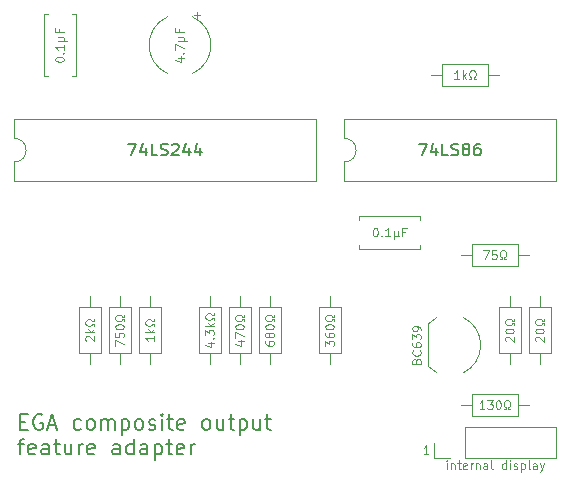
<source format=gbr>
%TF.GenerationSoftware,KiCad,Pcbnew,(6.0.5)*%
%TF.CreationDate,2022-06-01T11:59:12+02:00*%
%TF.ProjectId,ega_composite_output_feature_adapter,6567615f-6665-4617-9475-72655f616461,rev?*%
%TF.SameCoordinates,Original*%
%TF.FileFunction,Legend,Top*%
%TF.FilePolarity,Positive*%
%FSLAX46Y46*%
G04 Gerber Fmt 4.6, Leading zero omitted, Abs format (unit mm)*
G04 Created by KiCad (PCBNEW (6.0.5)) date 2022-06-01 11:59:12*
%MOMM*%
%LPD*%
G01*
G04 APERTURE LIST*
%ADD10C,0.200000*%
%ADD11C,0.108000*%
%ADD12C,0.140000*%
%ADD13C,0.120000*%
G04 APERTURE END LIST*
D10*
X131249523Y-97920642D02*
X131682857Y-97920642D01*
X131868571Y-98601595D02*
X131249523Y-98601595D01*
X131249523Y-97301595D01*
X131868571Y-97301595D01*
X133106666Y-97363500D02*
X132982857Y-97301595D01*
X132797142Y-97301595D01*
X132611428Y-97363500D01*
X132487619Y-97487309D01*
X132425714Y-97611119D01*
X132363809Y-97858738D01*
X132363809Y-98044452D01*
X132425714Y-98292071D01*
X132487619Y-98415880D01*
X132611428Y-98539690D01*
X132797142Y-98601595D01*
X132920952Y-98601595D01*
X133106666Y-98539690D01*
X133168571Y-98477785D01*
X133168571Y-98044452D01*
X132920952Y-98044452D01*
X133663809Y-98230166D02*
X134282857Y-98230166D01*
X133540000Y-98601595D02*
X133973333Y-97301595D01*
X134406666Y-98601595D01*
X136387619Y-98539690D02*
X136263809Y-98601595D01*
X136016190Y-98601595D01*
X135892380Y-98539690D01*
X135830476Y-98477785D01*
X135768571Y-98353976D01*
X135768571Y-97982547D01*
X135830476Y-97858738D01*
X135892380Y-97796833D01*
X136016190Y-97734928D01*
X136263809Y-97734928D01*
X136387619Y-97796833D01*
X137130476Y-98601595D02*
X137006666Y-98539690D01*
X136944761Y-98477785D01*
X136882857Y-98353976D01*
X136882857Y-97982547D01*
X136944761Y-97858738D01*
X137006666Y-97796833D01*
X137130476Y-97734928D01*
X137316190Y-97734928D01*
X137440000Y-97796833D01*
X137501904Y-97858738D01*
X137563809Y-97982547D01*
X137563809Y-98353976D01*
X137501904Y-98477785D01*
X137440000Y-98539690D01*
X137316190Y-98601595D01*
X137130476Y-98601595D01*
X138120952Y-98601595D02*
X138120952Y-97734928D01*
X138120952Y-97858738D02*
X138182857Y-97796833D01*
X138306666Y-97734928D01*
X138492380Y-97734928D01*
X138616190Y-97796833D01*
X138678095Y-97920642D01*
X138678095Y-98601595D01*
X138678095Y-97920642D02*
X138740000Y-97796833D01*
X138863809Y-97734928D01*
X139049523Y-97734928D01*
X139173333Y-97796833D01*
X139235238Y-97920642D01*
X139235238Y-98601595D01*
X139854285Y-97734928D02*
X139854285Y-99034928D01*
X139854285Y-97796833D02*
X139978095Y-97734928D01*
X140225714Y-97734928D01*
X140349523Y-97796833D01*
X140411428Y-97858738D01*
X140473333Y-97982547D01*
X140473333Y-98353976D01*
X140411428Y-98477785D01*
X140349523Y-98539690D01*
X140225714Y-98601595D01*
X139978095Y-98601595D01*
X139854285Y-98539690D01*
X141216190Y-98601595D02*
X141092380Y-98539690D01*
X141030476Y-98477785D01*
X140968571Y-98353976D01*
X140968571Y-97982547D01*
X141030476Y-97858738D01*
X141092380Y-97796833D01*
X141216190Y-97734928D01*
X141401904Y-97734928D01*
X141525714Y-97796833D01*
X141587619Y-97858738D01*
X141649523Y-97982547D01*
X141649523Y-98353976D01*
X141587619Y-98477785D01*
X141525714Y-98539690D01*
X141401904Y-98601595D01*
X141216190Y-98601595D01*
X142144761Y-98539690D02*
X142268571Y-98601595D01*
X142516190Y-98601595D01*
X142640000Y-98539690D01*
X142701904Y-98415880D01*
X142701904Y-98353976D01*
X142640000Y-98230166D01*
X142516190Y-98168261D01*
X142330476Y-98168261D01*
X142206666Y-98106357D01*
X142144761Y-97982547D01*
X142144761Y-97920642D01*
X142206666Y-97796833D01*
X142330476Y-97734928D01*
X142516190Y-97734928D01*
X142640000Y-97796833D01*
X143259047Y-98601595D02*
X143259047Y-97734928D01*
X143259047Y-97301595D02*
X143197142Y-97363500D01*
X143259047Y-97425404D01*
X143320952Y-97363500D01*
X143259047Y-97301595D01*
X143259047Y-97425404D01*
X143692380Y-97734928D02*
X144187619Y-97734928D01*
X143878095Y-97301595D02*
X143878095Y-98415880D01*
X143940000Y-98539690D01*
X144063809Y-98601595D01*
X144187619Y-98601595D01*
X145116190Y-98539690D02*
X144992380Y-98601595D01*
X144744761Y-98601595D01*
X144620952Y-98539690D01*
X144559047Y-98415880D01*
X144559047Y-97920642D01*
X144620952Y-97796833D01*
X144744761Y-97734928D01*
X144992380Y-97734928D01*
X145116190Y-97796833D01*
X145178095Y-97920642D01*
X145178095Y-98044452D01*
X144559047Y-98168261D01*
X146911428Y-98601595D02*
X146787619Y-98539690D01*
X146725714Y-98477785D01*
X146663809Y-98353976D01*
X146663809Y-97982547D01*
X146725714Y-97858738D01*
X146787619Y-97796833D01*
X146911428Y-97734928D01*
X147097142Y-97734928D01*
X147220952Y-97796833D01*
X147282857Y-97858738D01*
X147344761Y-97982547D01*
X147344761Y-98353976D01*
X147282857Y-98477785D01*
X147220952Y-98539690D01*
X147097142Y-98601595D01*
X146911428Y-98601595D01*
X148459047Y-97734928D02*
X148459047Y-98601595D01*
X147901904Y-97734928D02*
X147901904Y-98415880D01*
X147963809Y-98539690D01*
X148087619Y-98601595D01*
X148273333Y-98601595D01*
X148397142Y-98539690D01*
X148459047Y-98477785D01*
X148892380Y-97734928D02*
X149387619Y-97734928D01*
X149078095Y-97301595D02*
X149078095Y-98415880D01*
X149140000Y-98539690D01*
X149263809Y-98601595D01*
X149387619Y-98601595D01*
X149820952Y-97734928D02*
X149820952Y-99034928D01*
X149820952Y-97796833D02*
X149944761Y-97734928D01*
X150192380Y-97734928D01*
X150316190Y-97796833D01*
X150378095Y-97858738D01*
X150440000Y-97982547D01*
X150440000Y-98353976D01*
X150378095Y-98477785D01*
X150316190Y-98539690D01*
X150192380Y-98601595D01*
X149944761Y-98601595D01*
X149820952Y-98539690D01*
X151554285Y-97734928D02*
X151554285Y-98601595D01*
X150997142Y-97734928D02*
X150997142Y-98415880D01*
X151059047Y-98539690D01*
X151182857Y-98601595D01*
X151368571Y-98601595D01*
X151492380Y-98539690D01*
X151554285Y-98477785D01*
X151987619Y-97734928D02*
X152482857Y-97734928D01*
X152173333Y-97301595D02*
X152173333Y-98415880D01*
X152235238Y-98539690D01*
X152359047Y-98601595D01*
X152482857Y-98601595D01*
X131063809Y-99827928D02*
X131559047Y-99827928D01*
X131249523Y-100694595D02*
X131249523Y-99580309D01*
X131311428Y-99456500D01*
X131435238Y-99394595D01*
X131559047Y-99394595D01*
X132487619Y-100632690D02*
X132363809Y-100694595D01*
X132116190Y-100694595D01*
X131992380Y-100632690D01*
X131930476Y-100508880D01*
X131930476Y-100013642D01*
X131992380Y-99889833D01*
X132116190Y-99827928D01*
X132363809Y-99827928D01*
X132487619Y-99889833D01*
X132549523Y-100013642D01*
X132549523Y-100137452D01*
X131930476Y-100261261D01*
X133663809Y-100694595D02*
X133663809Y-100013642D01*
X133601904Y-99889833D01*
X133478095Y-99827928D01*
X133230476Y-99827928D01*
X133106666Y-99889833D01*
X133663809Y-100632690D02*
X133540000Y-100694595D01*
X133230476Y-100694595D01*
X133106666Y-100632690D01*
X133044761Y-100508880D01*
X133044761Y-100385071D01*
X133106666Y-100261261D01*
X133230476Y-100199357D01*
X133540000Y-100199357D01*
X133663809Y-100137452D01*
X134097142Y-99827928D02*
X134592380Y-99827928D01*
X134282857Y-99394595D02*
X134282857Y-100508880D01*
X134344761Y-100632690D01*
X134468571Y-100694595D01*
X134592380Y-100694595D01*
X135582857Y-99827928D02*
X135582857Y-100694595D01*
X135025714Y-99827928D02*
X135025714Y-100508880D01*
X135087619Y-100632690D01*
X135211428Y-100694595D01*
X135397142Y-100694595D01*
X135520952Y-100632690D01*
X135582857Y-100570785D01*
X136201904Y-100694595D02*
X136201904Y-99827928D01*
X136201904Y-100075547D02*
X136263809Y-99951738D01*
X136325714Y-99889833D01*
X136449523Y-99827928D01*
X136573333Y-99827928D01*
X137501904Y-100632690D02*
X137378095Y-100694595D01*
X137130476Y-100694595D01*
X137006666Y-100632690D01*
X136944761Y-100508880D01*
X136944761Y-100013642D01*
X137006666Y-99889833D01*
X137130476Y-99827928D01*
X137378095Y-99827928D01*
X137501904Y-99889833D01*
X137563809Y-100013642D01*
X137563809Y-100137452D01*
X136944761Y-100261261D01*
X139668571Y-100694595D02*
X139668571Y-100013642D01*
X139606666Y-99889833D01*
X139482857Y-99827928D01*
X139235238Y-99827928D01*
X139111428Y-99889833D01*
X139668571Y-100632690D02*
X139544761Y-100694595D01*
X139235238Y-100694595D01*
X139111428Y-100632690D01*
X139049523Y-100508880D01*
X139049523Y-100385071D01*
X139111428Y-100261261D01*
X139235238Y-100199357D01*
X139544761Y-100199357D01*
X139668571Y-100137452D01*
X140844761Y-100694595D02*
X140844761Y-99394595D01*
X140844761Y-100632690D02*
X140720952Y-100694595D01*
X140473333Y-100694595D01*
X140349523Y-100632690D01*
X140287619Y-100570785D01*
X140225714Y-100446976D01*
X140225714Y-100075547D01*
X140287619Y-99951738D01*
X140349523Y-99889833D01*
X140473333Y-99827928D01*
X140720952Y-99827928D01*
X140844761Y-99889833D01*
X142020952Y-100694595D02*
X142020952Y-100013642D01*
X141959047Y-99889833D01*
X141835238Y-99827928D01*
X141587619Y-99827928D01*
X141463809Y-99889833D01*
X142020952Y-100632690D02*
X141897142Y-100694595D01*
X141587619Y-100694595D01*
X141463809Y-100632690D01*
X141401904Y-100508880D01*
X141401904Y-100385071D01*
X141463809Y-100261261D01*
X141587619Y-100199357D01*
X141897142Y-100199357D01*
X142020952Y-100137452D01*
X142640000Y-99827928D02*
X142640000Y-101127928D01*
X142640000Y-99889833D02*
X142763809Y-99827928D01*
X143011428Y-99827928D01*
X143135238Y-99889833D01*
X143197142Y-99951738D01*
X143259047Y-100075547D01*
X143259047Y-100446976D01*
X143197142Y-100570785D01*
X143135238Y-100632690D01*
X143011428Y-100694595D01*
X142763809Y-100694595D01*
X142640000Y-100632690D01*
X143630476Y-99827928D02*
X144125714Y-99827928D01*
X143816190Y-99394595D02*
X143816190Y-100508880D01*
X143878095Y-100632690D01*
X144001904Y-100694595D01*
X144125714Y-100694595D01*
X145054285Y-100632690D02*
X144930476Y-100694595D01*
X144682857Y-100694595D01*
X144559047Y-100632690D01*
X144497142Y-100508880D01*
X144497142Y-100013642D01*
X144559047Y-99889833D01*
X144682857Y-99827928D01*
X144930476Y-99827928D01*
X145054285Y-99889833D01*
X145116190Y-100013642D01*
X145116190Y-100137452D01*
X144497142Y-100261261D01*
X145673333Y-100694595D02*
X145673333Y-99827928D01*
X145673333Y-100075547D02*
X145735238Y-99951738D01*
X145797142Y-99889833D01*
X145920952Y-99827928D01*
X146044761Y-99827928D01*
D11*
X165813714Y-100655714D02*
X165402285Y-100655714D01*
X165608000Y-100655714D02*
X165608000Y-99935714D01*
X165539428Y-100038571D01*
X165470857Y-100107142D01*
X165402285Y-100141428D01*
D12*
X164997142Y-74382380D02*
X165663809Y-74382380D01*
X165235238Y-75382380D01*
X166473333Y-74715714D02*
X166473333Y-75382380D01*
X166235238Y-74334761D02*
X165997142Y-75049047D01*
X166616190Y-75049047D01*
X167473333Y-75382380D02*
X166997142Y-75382380D01*
X166997142Y-74382380D01*
X167759047Y-75334761D02*
X167901904Y-75382380D01*
X168140000Y-75382380D01*
X168235238Y-75334761D01*
X168282857Y-75287142D01*
X168330476Y-75191904D01*
X168330476Y-75096666D01*
X168282857Y-75001428D01*
X168235238Y-74953809D01*
X168140000Y-74906190D01*
X167949523Y-74858571D01*
X167854285Y-74810952D01*
X167806666Y-74763333D01*
X167759047Y-74668095D01*
X167759047Y-74572857D01*
X167806666Y-74477619D01*
X167854285Y-74430000D01*
X167949523Y-74382380D01*
X168187619Y-74382380D01*
X168330476Y-74430000D01*
X168901904Y-74810952D02*
X168806666Y-74763333D01*
X168759047Y-74715714D01*
X168711428Y-74620476D01*
X168711428Y-74572857D01*
X168759047Y-74477619D01*
X168806666Y-74430000D01*
X168901904Y-74382380D01*
X169092380Y-74382380D01*
X169187619Y-74430000D01*
X169235238Y-74477619D01*
X169282857Y-74572857D01*
X169282857Y-74620476D01*
X169235238Y-74715714D01*
X169187619Y-74763333D01*
X169092380Y-74810952D01*
X168901904Y-74810952D01*
X168806666Y-74858571D01*
X168759047Y-74906190D01*
X168711428Y-75001428D01*
X168711428Y-75191904D01*
X168759047Y-75287142D01*
X168806666Y-75334761D01*
X168901904Y-75382380D01*
X169092380Y-75382380D01*
X169187619Y-75334761D01*
X169235238Y-75287142D01*
X169282857Y-75191904D01*
X169282857Y-75001428D01*
X169235238Y-74906190D01*
X169187619Y-74858571D01*
X169092380Y-74810952D01*
X170140000Y-74382380D02*
X169949523Y-74382380D01*
X169854285Y-74430000D01*
X169806666Y-74477619D01*
X169711428Y-74620476D01*
X169663809Y-74810952D01*
X169663809Y-75191904D01*
X169711428Y-75287142D01*
X169759047Y-75334761D01*
X169854285Y-75382380D01*
X170044761Y-75382380D01*
X170140000Y-75334761D01*
X170187619Y-75287142D01*
X170235238Y-75191904D01*
X170235238Y-74953809D01*
X170187619Y-74858571D01*
X170140000Y-74810952D01*
X170044761Y-74763333D01*
X169854285Y-74763333D01*
X169759047Y-74810952D01*
X169711428Y-74858571D01*
X169663809Y-74953809D01*
D11*
X167370000Y-101925714D02*
X167370000Y-101445714D01*
X167370000Y-101205714D02*
X167335714Y-101240000D01*
X167370000Y-101274285D01*
X167404285Y-101240000D01*
X167370000Y-101205714D01*
X167370000Y-101274285D01*
X167712857Y-101445714D02*
X167712857Y-101925714D01*
X167712857Y-101514285D02*
X167747142Y-101480000D01*
X167815714Y-101445714D01*
X167918571Y-101445714D01*
X167987142Y-101480000D01*
X168021428Y-101548571D01*
X168021428Y-101925714D01*
X168261428Y-101445714D02*
X168535714Y-101445714D01*
X168364285Y-101205714D02*
X168364285Y-101822857D01*
X168398571Y-101891428D01*
X168467142Y-101925714D01*
X168535714Y-101925714D01*
X169050000Y-101891428D02*
X168981428Y-101925714D01*
X168844285Y-101925714D01*
X168775714Y-101891428D01*
X168741428Y-101822857D01*
X168741428Y-101548571D01*
X168775714Y-101480000D01*
X168844285Y-101445714D01*
X168981428Y-101445714D01*
X169050000Y-101480000D01*
X169084285Y-101548571D01*
X169084285Y-101617142D01*
X168741428Y-101685714D01*
X169392857Y-101925714D02*
X169392857Y-101445714D01*
X169392857Y-101582857D02*
X169427142Y-101514285D01*
X169461428Y-101480000D01*
X169530000Y-101445714D01*
X169598571Y-101445714D01*
X169838571Y-101445714D02*
X169838571Y-101925714D01*
X169838571Y-101514285D02*
X169872857Y-101480000D01*
X169941428Y-101445714D01*
X170044285Y-101445714D01*
X170112857Y-101480000D01*
X170147142Y-101548571D01*
X170147142Y-101925714D01*
X170798571Y-101925714D02*
X170798571Y-101548571D01*
X170764285Y-101480000D01*
X170695714Y-101445714D01*
X170558571Y-101445714D01*
X170490000Y-101480000D01*
X170798571Y-101891428D02*
X170730000Y-101925714D01*
X170558571Y-101925714D01*
X170490000Y-101891428D01*
X170455714Y-101822857D01*
X170455714Y-101754285D01*
X170490000Y-101685714D01*
X170558571Y-101651428D01*
X170730000Y-101651428D01*
X170798571Y-101617142D01*
X171244285Y-101925714D02*
X171175714Y-101891428D01*
X171141428Y-101822857D01*
X171141428Y-101205714D01*
X172375714Y-101925714D02*
X172375714Y-101205714D01*
X172375714Y-101891428D02*
X172307142Y-101925714D01*
X172170000Y-101925714D01*
X172101428Y-101891428D01*
X172067142Y-101857142D01*
X172032857Y-101788571D01*
X172032857Y-101582857D01*
X172067142Y-101514285D01*
X172101428Y-101480000D01*
X172170000Y-101445714D01*
X172307142Y-101445714D01*
X172375714Y-101480000D01*
X172718571Y-101925714D02*
X172718571Y-101445714D01*
X172718571Y-101205714D02*
X172684285Y-101240000D01*
X172718571Y-101274285D01*
X172752857Y-101240000D01*
X172718571Y-101205714D01*
X172718571Y-101274285D01*
X173027142Y-101891428D02*
X173095714Y-101925714D01*
X173232857Y-101925714D01*
X173301428Y-101891428D01*
X173335714Y-101822857D01*
X173335714Y-101788571D01*
X173301428Y-101720000D01*
X173232857Y-101685714D01*
X173130000Y-101685714D01*
X173061428Y-101651428D01*
X173027142Y-101582857D01*
X173027142Y-101548571D01*
X173061428Y-101480000D01*
X173130000Y-101445714D01*
X173232857Y-101445714D01*
X173301428Y-101480000D01*
X173644285Y-101445714D02*
X173644285Y-102165714D01*
X173644285Y-101480000D02*
X173712857Y-101445714D01*
X173850000Y-101445714D01*
X173918571Y-101480000D01*
X173952857Y-101514285D01*
X173987142Y-101582857D01*
X173987142Y-101788571D01*
X173952857Y-101857142D01*
X173918571Y-101891428D01*
X173850000Y-101925714D01*
X173712857Y-101925714D01*
X173644285Y-101891428D01*
X174398571Y-101925714D02*
X174330000Y-101891428D01*
X174295714Y-101822857D01*
X174295714Y-101205714D01*
X174981428Y-101925714D02*
X174981428Y-101548571D01*
X174947142Y-101480000D01*
X174878571Y-101445714D01*
X174741428Y-101445714D01*
X174672857Y-101480000D01*
X174981428Y-101891428D02*
X174912857Y-101925714D01*
X174741428Y-101925714D01*
X174672857Y-101891428D01*
X174638571Y-101822857D01*
X174638571Y-101754285D01*
X174672857Y-101685714D01*
X174741428Y-101651428D01*
X174912857Y-101651428D01*
X174981428Y-101617142D01*
X175255714Y-101445714D02*
X175427142Y-101925714D01*
X175598571Y-101445714D02*
X175427142Y-101925714D01*
X175358571Y-102097142D01*
X175324285Y-102131428D01*
X175255714Y-102165714D01*
D12*
X140390952Y-74382380D02*
X141057619Y-74382380D01*
X140629047Y-75382380D01*
X141867142Y-74715714D02*
X141867142Y-75382380D01*
X141629047Y-74334761D02*
X141390952Y-75049047D01*
X142010000Y-75049047D01*
X142867142Y-75382380D02*
X142390952Y-75382380D01*
X142390952Y-74382380D01*
X143152857Y-75334761D02*
X143295714Y-75382380D01*
X143533809Y-75382380D01*
X143629047Y-75334761D01*
X143676666Y-75287142D01*
X143724285Y-75191904D01*
X143724285Y-75096666D01*
X143676666Y-75001428D01*
X143629047Y-74953809D01*
X143533809Y-74906190D01*
X143343333Y-74858571D01*
X143248095Y-74810952D01*
X143200476Y-74763333D01*
X143152857Y-74668095D01*
X143152857Y-74572857D01*
X143200476Y-74477619D01*
X143248095Y-74430000D01*
X143343333Y-74382380D01*
X143581428Y-74382380D01*
X143724285Y-74430000D01*
X144105238Y-74477619D02*
X144152857Y-74430000D01*
X144248095Y-74382380D01*
X144486190Y-74382380D01*
X144581428Y-74430000D01*
X144629047Y-74477619D01*
X144676666Y-74572857D01*
X144676666Y-74668095D01*
X144629047Y-74810952D01*
X144057619Y-75382380D01*
X144676666Y-75382380D01*
X145533809Y-74715714D02*
X145533809Y-75382380D01*
X145295714Y-74334761D02*
X145057619Y-75049047D01*
X145676666Y-75049047D01*
X146486190Y-74715714D02*
X146486190Y-75382380D01*
X146248095Y-74334761D02*
X146010000Y-75049047D01*
X146629047Y-75049047D01*
D11*
%TO.C,REF\u002A\u002A*%
X142565714Y-90667142D02*
X142565714Y-91078571D01*
X142565714Y-90872857D02*
X141845714Y-90872857D01*
X141948571Y-90941428D01*
X142017142Y-91010000D01*
X142051428Y-91078571D01*
X142565714Y-90358571D02*
X141845714Y-90358571D01*
X142291428Y-90290000D02*
X142565714Y-90084285D01*
X142085714Y-90084285D02*
X142360000Y-90358571D01*
X142565714Y-89810000D02*
X142565714Y-89638571D01*
X142428571Y-89638571D01*
X142394285Y-89707142D01*
X142325714Y-89775714D01*
X142222857Y-89810000D01*
X142051428Y-89810000D01*
X141948571Y-89775714D01*
X141880000Y-89707142D01*
X141845714Y-89604285D01*
X141845714Y-89467142D01*
X141880000Y-89364285D01*
X141948571Y-89295714D01*
X142051428Y-89261428D01*
X142222857Y-89261428D01*
X142325714Y-89295714D01*
X142394285Y-89364285D01*
X142428571Y-89432857D01*
X142565714Y-89432857D01*
X142565714Y-89261428D01*
X144625714Y-67102857D02*
X145105714Y-67102857D01*
X144351428Y-67274285D02*
X144865714Y-67445714D01*
X144865714Y-67000000D01*
X145037142Y-66725714D02*
X145071428Y-66691428D01*
X145105714Y-66725714D01*
X145071428Y-66760000D01*
X145037142Y-66725714D01*
X145105714Y-66725714D01*
X144385714Y-66451428D02*
X144385714Y-65971428D01*
X145105714Y-66280000D01*
X144625714Y-65697142D02*
X145345714Y-65697142D01*
X145002857Y-65354285D02*
X145071428Y-65320000D01*
X145105714Y-65251428D01*
X145002857Y-65697142D02*
X145071428Y-65662857D01*
X145105714Y-65594285D01*
X145105714Y-65457142D01*
X145071428Y-65388571D01*
X145002857Y-65354285D01*
X144625714Y-65354285D01*
X144728571Y-64702857D02*
X144728571Y-64942857D01*
X145105714Y-64942857D02*
X144385714Y-64942857D01*
X144385714Y-64600000D01*
X147165714Y-91250000D02*
X147645714Y-91250000D01*
X146891428Y-91421428D02*
X147405714Y-91592857D01*
X147405714Y-91147142D01*
X147577142Y-90872857D02*
X147611428Y-90838571D01*
X147645714Y-90872857D01*
X147611428Y-90907142D01*
X147577142Y-90872857D01*
X147645714Y-90872857D01*
X146925714Y-90598571D02*
X146925714Y-90152857D01*
X147200000Y-90392857D01*
X147200000Y-90290000D01*
X147234285Y-90221428D01*
X147268571Y-90187142D01*
X147337142Y-90152857D01*
X147508571Y-90152857D01*
X147577142Y-90187142D01*
X147611428Y-90221428D01*
X147645714Y-90290000D01*
X147645714Y-90495714D01*
X147611428Y-90564285D01*
X147577142Y-90598571D01*
X147645714Y-89844285D02*
X146925714Y-89844285D01*
X147371428Y-89775714D02*
X147645714Y-89570000D01*
X147165714Y-89570000D02*
X147440000Y-89844285D01*
X147645714Y-89295714D02*
X147645714Y-89124285D01*
X147508571Y-89124285D01*
X147474285Y-89192857D01*
X147405714Y-89261428D01*
X147302857Y-89295714D01*
X147131428Y-89295714D01*
X147028571Y-89261428D01*
X146960000Y-89192857D01*
X146925714Y-89090000D01*
X146925714Y-88952857D01*
X146960000Y-88850000D01*
X147028571Y-88781428D01*
X147131428Y-88747142D01*
X147302857Y-88747142D01*
X147405714Y-88781428D01*
X147474285Y-88850000D01*
X147508571Y-88918571D01*
X147645714Y-88918571D01*
X147645714Y-88747142D01*
X136834285Y-91078571D02*
X136800000Y-91044285D01*
X136765714Y-90975714D01*
X136765714Y-90804285D01*
X136800000Y-90735714D01*
X136834285Y-90701428D01*
X136902857Y-90667142D01*
X136971428Y-90667142D01*
X137074285Y-90701428D01*
X137485714Y-91112857D01*
X137485714Y-90667142D01*
X137485714Y-90358571D02*
X136765714Y-90358571D01*
X137211428Y-90290000D02*
X137485714Y-90084285D01*
X137005714Y-90084285D02*
X137280000Y-90358571D01*
X137485714Y-89810000D02*
X137485714Y-89638571D01*
X137348571Y-89638571D01*
X137314285Y-89707142D01*
X137245714Y-89775714D01*
X137142857Y-89810000D01*
X136971428Y-89810000D01*
X136868571Y-89775714D01*
X136800000Y-89707142D01*
X136765714Y-89604285D01*
X136765714Y-89467142D01*
X136800000Y-89364285D01*
X136868571Y-89295714D01*
X136971428Y-89261428D01*
X137142857Y-89261428D01*
X137245714Y-89295714D01*
X137314285Y-89364285D01*
X137348571Y-89432857D01*
X137485714Y-89432857D01*
X137485714Y-89261428D01*
X149705714Y-91130000D02*
X150185714Y-91130000D01*
X149431428Y-91301428D02*
X149945714Y-91472857D01*
X149945714Y-91027142D01*
X149465714Y-90821428D02*
X149465714Y-90341428D01*
X150185714Y-90650000D01*
X149465714Y-89930000D02*
X149465714Y-89861428D01*
X149500000Y-89792857D01*
X149534285Y-89758571D01*
X149602857Y-89724285D01*
X149740000Y-89690000D01*
X149911428Y-89690000D01*
X150048571Y-89724285D01*
X150117142Y-89758571D01*
X150151428Y-89792857D01*
X150185714Y-89861428D01*
X150185714Y-89930000D01*
X150151428Y-89998571D01*
X150117142Y-90032857D01*
X150048571Y-90067142D01*
X149911428Y-90101428D01*
X149740000Y-90101428D01*
X149602857Y-90067142D01*
X149534285Y-90032857D01*
X149500000Y-89998571D01*
X149465714Y-89930000D01*
X150185714Y-89415714D02*
X150185714Y-89244285D01*
X150048571Y-89244285D01*
X150014285Y-89312857D01*
X149945714Y-89381428D01*
X149842857Y-89415714D01*
X149671428Y-89415714D01*
X149568571Y-89381428D01*
X149500000Y-89312857D01*
X149465714Y-89210000D01*
X149465714Y-89072857D01*
X149500000Y-88970000D01*
X149568571Y-88901428D01*
X149671428Y-88867142D01*
X149842857Y-88867142D01*
X149945714Y-88901428D01*
X150014285Y-88970000D01*
X150048571Y-89038571D01*
X150185714Y-89038571D01*
X150185714Y-88867142D01*
X134225714Y-67274285D02*
X134225714Y-67205714D01*
X134260000Y-67137142D01*
X134294285Y-67102857D01*
X134362857Y-67068571D01*
X134500000Y-67034285D01*
X134671428Y-67034285D01*
X134808571Y-67068571D01*
X134877142Y-67102857D01*
X134911428Y-67137142D01*
X134945714Y-67205714D01*
X134945714Y-67274285D01*
X134911428Y-67342857D01*
X134877142Y-67377142D01*
X134808571Y-67411428D01*
X134671428Y-67445714D01*
X134500000Y-67445714D01*
X134362857Y-67411428D01*
X134294285Y-67377142D01*
X134260000Y-67342857D01*
X134225714Y-67274285D01*
X134877142Y-66725714D02*
X134911428Y-66691428D01*
X134945714Y-66725714D01*
X134911428Y-66760000D01*
X134877142Y-66725714D01*
X134945714Y-66725714D01*
X134945714Y-66005714D02*
X134945714Y-66417142D01*
X134945714Y-66211428D02*
X134225714Y-66211428D01*
X134328571Y-66280000D01*
X134397142Y-66348571D01*
X134431428Y-66417142D01*
X134465714Y-65697142D02*
X135185714Y-65697142D01*
X134842857Y-65354285D02*
X134911428Y-65320000D01*
X134945714Y-65251428D01*
X134842857Y-65697142D02*
X134911428Y-65662857D01*
X134945714Y-65594285D01*
X134945714Y-65457142D01*
X134911428Y-65388571D01*
X134842857Y-65354285D01*
X134465714Y-65354285D01*
X134568571Y-64702857D02*
X134568571Y-64942857D01*
X134945714Y-64942857D02*
X134225714Y-64942857D01*
X134225714Y-64600000D01*
X172394285Y-91130000D02*
X172360000Y-91095714D01*
X172325714Y-91027142D01*
X172325714Y-90855714D01*
X172360000Y-90787142D01*
X172394285Y-90752857D01*
X172462857Y-90718571D01*
X172531428Y-90718571D01*
X172634285Y-90752857D01*
X173045714Y-91164285D01*
X173045714Y-90718571D01*
X172325714Y-90272857D02*
X172325714Y-90204285D01*
X172360000Y-90135714D01*
X172394285Y-90101428D01*
X172462857Y-90067142D01*
X172600000Y-90032857D01*
X172771428Y-90032857D01*
X172908571Y-90067142D01*
X172977142Y-90101428D01*
X173011428Y-90135714D01*
X173045714Y-90204285D01*
X173045714Y-90272857D01*
X173011428Y-90341428D01*
X172977142Y-90375714D01*
X172908571Y-90410000D01*
X172771428Y-90444285D01*
X172600000Y-90444285D01*
X172462857Y-90410000D01*
X172394285Y-90375714D01*
X172360000Y-90341428D01*
X172325714Y-90272857D01*
X173045714Y-89758571D02*
X173045714Y-89587142D01*
X172908571Y-89587142D01*
X172874285Y-89655714D01*
X172805714Y-89724285D01*
X172702857Y-89758571D01*
X172531428Y-89758571D01*
X172428571Y-89724285D01*
X172360000Y-89655714D01*
X172325714Y-89552857D01*
X172325714Y-89415714D01*
X172360000Y-89312857D01*
X172428571Y-89244285D01*
X172531428Y-89210000D01*
X172702857Y-89210000D01*
X172805714Y-89244285D01*
X172874285Y-89312857D01*
X172908571Y-89381428D01*
X173045714Y-89381428D01*
X173045714Y-89210000D01*
X164798571Y-92777142D02*
X164832857Y-92674285D01*
X164867142Y-92640000D01*
X164935714Y-92605714D01*
X165038571Y-92605714D01*
X165107142Y-92640000D01*
X165141428Y-92674285D01*
X165175714Y-92742857D01*
X165175714Y-93017142D01*
X164455714Y-93017142D01*
X164455714Y-92777142D01*
X164490000Y-92708571D01*
X164524285Y-92674285D01*
X164592857Y-92640000D01*
X164661428Y-92640000D01*
X164730000Y-92674285D01*
X164764285Y-92708571D01*
X164798571Y-92777142D01*
X164798571Y-93017142D01*
X165107142Y-91885714D02*
X165141428Y-91920000D01*
X165175714Y-92022857D01*
X165175714Y-92091428D01*
X165141428Y-92194285D01*
X165072857Y-92262857D01*
X165004285Y-92297142D01*
X164867142Y-92331428D01*
X164764285Y-92331428D01*
X164627142Y-92297142D01*
X164558571Y-92262857D01*
X164490000Y-92194285D01*
X164455714Y-92091428D01*
X164455714Y-92022857D01*
X164490000Y-91920000D01*
X164524285Y-91885714D01*
X164455714Y-91268571D02*
X164455714Y-91405714D01*
X164490000Y-91474285D01*
X164524285Y-91508571D01*
X164627142Y-91577142D01*
X164764285Y-91611428D01*
X165038571Y-91611428D01*
X165107142Y-91577142D01*
X165141428Y-91542857D01*
X165175714Y-91474285D01*
X165175714Y-91337142D01*
X165141428Y-91268571D01*
X165107142Y-91234285D01*
X165038571Y-91200000D01*
X164867142Y-91200000D01*
X164798571Y-91234285D01*
X164764285Y-91268571D01*
X164730000Y-91337142D01*
X164730000Y-91474285D01*
X164764285Y-91542857D01*
X164798571Y-91577142D01*
X164867142Y-91611428D01*
X164455714Y-90960000D02*
X164455714Y-90514285D01*
X164730000Y-90754285D01*
X164730000Y-90651428D01*
X164764285Y-90582857D01*
X164798571Y-90548571D01*
X164867142Y-90514285D01*
X165038571Y-90514285D01*
X165107142Y-90548571D01*
X165141428Y-90582857D01*
X165175714Y-90651428D01*
X165175714Y-90857142D01*
X165141428Y-90925714D01*
X165107142Y-90960000D01*
X165175714Y-90171428D02*
X165175714Y-90034285D01*
X165141428Y-89965714D01*
X165107142Y-89931428D01*
X165004285Y-89862857D01*
X164867142Y-89828571D01*
X164592857Y-89828571D01*
X164524285Y-89862857D01*
X164490000Y-89897142D01*
X164455714Y-89965714D01*
X164455714Y-90102857D01*
X164490000Y-90171428D01*
X164524285Y-90205714D01*
X164592857Y-90240000D01*
X164764285Y-90240000D01*
X164832857Y-90205714D01*
X164867142Y-90171428D01*
X164901428Y-90102857D01*
X164901428Y-89965714D01*
X164867142Y-89897142D01*
X164832857Y-89862857D01*
X164764285Y-89828571D01*
X139305714Y-91507142D02*
X139305714Y-91027142D01*
X140025714Y-91335714D01*
X139305714Y-90410000D02*
X139305714Y-90752857D01*
X139648571Y-90787142D01*
X139614285Y-90752857D01*
X139580000Y-90684285D01*
X139580000Y-90512857D01*
X139614285Y-90444285D01*
X139648571Y-90410000D01*
X139717142Y-90375714D01*
X139888571Y-90375714D01*
X139957142Y-90410000D01*
X139991428Y-90444285D01*
X140025714Y-90512857D01*
X140025714Y-90684285D01*
X139991428Y-90752857D01*
X139957142Y-90787142D01*
X139305714Y-89930000D02*
X139305714Y-89861428D01*
X139340000Y-89792857D01*
X139374285Y-89758571D01*
X139442857Y-89724285D01*
X139580000Y-89690000D01*
X139751428Y-89690000D01*
X139888571Y-89724285D01*
X139957142Y-89758571D01*
X139991428Y-89792857D01*
X140025714Y-89861428D01*
X140025714Y-89930000D01*
X139991428Y-89998571D01*
X139957142Y-90032857D01*
X139888571Y-90067142D01*
X139751428Y-90101428D01*
X139580000Y-90101428D01*
X139442857Y-90067142D01*
X139374285Y-90032857D01*
X139340000Y-89998571D01*
X139305714Y-89930000D01*
X140025714Y-89415714D02*
X140025714Y-89244285D01*
X139888571Y-89244285D01*
X139854285Y-89312857D01*
X139785714Y-89381428D01*
X139682857Y-89415714D01*
X139511428Y-89415714D01*
X139408571Y-89381428D01*
X139340000Y-89312857D01*
X139305714Y-89210000D01*
X139305714Y-89072857D01*
X139340000Y-88970000D01*
X139408571Y-88901428D01*
X139511428Y-88867142D01*
X139682857Y-88867142D01*
X139785714Y-88901428D01*
X139854285Y-88970000D01*
X139888571Y-89038571D01*
X140025714Y-89038571D01*
X140025714Y-88867142D01*
X168412857Y-68905714D02*
X168001428Y-68905714D01*
X168207142Y-68905714D02*
X168207142Y-68185714D01*
X168138571Y-68288571D01*
X168070000Y-68357142D01*
X168001428Y-68391428D01*
X168721428Y-68905714D02*
X168721428Y-68185714D01*
X168790000Y-68631428D02*
X168995714Y-68905714D01*
X168995714Y-68425714D02*
X168721428Y-68700000D01*
X169270000Y-68905714D02*
X169441428Y-68905714D01*
X169441428Y-68768571D01*
X169372857Y-68734285D01*
X169304285Y-68665714D01*
X169270000Y-68562857D01*
X169270000Y-68391428D01*
X169304285Y-68288571D01*
X169372857Y-68220000D01*
X169475714Y-68185714D01*
X169612857Y-68185714D01*
X169715714Y-68220000D01*
X169784285Y-68288571D01*
X169818571Y-68391428D01*
X169818571Y-68562857D01*
X169784285Y-68665714D01*
X169715714Y-68734285D01*
X169647142Y-68768571D01*
X169647142Y-68905714D01*
X169818571Y-68905714D01*
X161285714Y-81520714D02*
X161354285Y-81520714D01*
X161422857Y-81555000D01*
X161457142Y-81589285D01*
X161491428Y-81657857D01*
X161525714Y-81795000D01*
X161525714Y-81966428D01*
X161491428Y-82103571D01*
X161457142Y-82172142D01*
X161422857Y-82206428D01*
X161354285Y-82240714D01*
X161285714Y-82240714D01*
X161217142Y-82206428D01*
X161182857Y-82172142D01*
X161148571Y-82103571D01*
X161114285Y-81966428D01*
X161114285Y-81795000D01*
X161148571Y-81657857D01*
X161182857Y-81589285D01*
X161217142Y-81555000D01*
X161285714Y-81520714D01*
X161834285Y-82172142D02*
X161868571Y-82206428D01*
X161834285Y-82240714D01*
X161800000Y-82206428D01*
X161834285Y-82172142D01*
X161834285Y-82240714D01*
X162554285Y-82240714D02*
X162142857Y-82240714D01*
X162348571Y-82240714D02*
X162348571Y-81520714D01*
X162280000Y-81623571D01*
X162211428Y-81692142D01*
X162142857Y-81726428D01*
X162862857Y-81760714D02*
X162862857Y-82480714D01*
X163205714Y-82137857D02*
X163240000Y-82206428D01*
X163308571Y-82240714D01*
X162862857Y-82137857D02*
X162897142Y-82206428D01*
X162965714Y-82240714D01*
X163102857Y-82240714D01*
X163171428Y-82206428D01*
X163205714Y-82137857D01*
X163205714Y-81760714D01*
X163857142Y-81863571D02*
X163617142Y-81863571D01*
X163617142Y-82240714D02*
X163617142Y-81520714D01*
X163960000Y-81520714D01*
X170558571Y-96845714D02*
X170147142Y-96845714D01*
X170352857Y-96845714D02*
X170352857Y-96125714D01*
X170284285Y-96228571D01*
X170215714Y-96297142D01*
X170147142Y-96331428D01*
X170798571Y-96125714D02*
X171244285Y-96125714D01*
X171004285Y-96400000D01*
X171107142Y-96400000D01*
X171175714Y-96434285D01*
X171210000Y-96468571D01*
X171244285Y-96537142D01*
X171244285Y-96708571D01*
X171210000Y-96777142D01*
X171175714Y-96811428D01*
X171107142Y-96845714D01*
X170901428Y-96845714D01*
X170832857Y-96811428D01*
X170798571Y-96777142D01*
X171690000Y-96125714D02*
X171758571Y-96125714D01*
X171827142Y-96160000D01*
X171861428Y-96194285D01*
X171895714Y-96262857D01*
X171930000Y-96400000D01*
X171930000Y-96571428D01*
X171895714Y-96708571D01*
X171861428Y-96777142D01*
X171827142Y-96811428D01*
X171758571Y-96845714D01*
X171690000Y-96845714D01*
X171621428Y-96811428D01*
X171587142Y-96777142D01*
X171552857Y-96708571D01*
X171518571Y-96571428D01*
X171518571Y-96400000D01*
X171552857Y-96262857D01*
X171587142Y-96194285D01*
X171621428Y-96160000D01*
X171690000Y-96125714D01*
X172204285Y-96845714D02*
X172375714Y-96845714D01*
X172375714Y-96708571D01*
X172307142Y-96674285D01*
X172238571Y-96605714D01*
X172204285Y-96502857D01*
X172204285Y-96331428D01*
X172238571Y-96228571D01*
X172307142Y-96160000D01*
X172410000Y-96125714D01*
X172547142Y-96125714D01*
X172650000Y-96160000D01*
X172718571Y-96228571D01*
X172752857Y-96331428D01*
X172752857Y-96502857D01*
X172718571Y-96605714D01*
X172650000Y-96674285D01*
X172581428Y-96708571D01*
X172581428Y-96845714D01*
X172752857Y-96845714D01*
X174934285Y-91130000D02*
X174900000Y-91095714D01*
X174865714Y-91027142D01*
X174865714Y-90855714D01*
X174900000Y-90787142D01*
X174934285Y-90752857D01*
X175002857Y-90718571D01*
X175071428Y-90718571D01*
X175174285Y-90752857D01*
X175585714Y-91164285D01*
X175585714Y-90718571D01*
X174865714Y-90272857D02*
X174865714Y-90204285D01*
X174900000Y-90135714D01*
X174934285Y-90101428D01*
X175002857Y-90067142D01*
X175140000Y-90032857D01*
X175311428Y-90032857D01*
X175448571Y-90067142D01*
X175517142Y-90101428D01*
X175551428Y-90135714D01*
X175585714Y-90204285D01*
X175585714Y-90272857D01*
X175551428Y-90341428D01*
X175517142Y-90375714D01*
X175448571Y-90410000D01*
X175311428Y-90444285D01*
X175140000Y-90444285D01*
X175002857Y-90410000D01*
X174934285Y-90375714D01*
X174900000Y-90341428D01*
X174865714Y-90272857D01*
X175585714Y-89758571D02*
X175585714Y-89587142D01*
X175448571Y-89587142D01*
X175414285Y-89655714D01*
X175345714Y-89724285D01*
X175242857Y-89758571D01*
X175071428Y-89758571D01*
X174968571Y-89724285D01*
X174900000Y-89655714D01*
X174865714Y-89552857D01*
X174865714Y-89415714D01*
X174900000Y-89312857D01*
X174968571Y-89244285D01*
X175071428Y-89210000D01*
X175242857Y-89210000D01*
X175345714Y-89244285D01*
X175414285Y-89312857D01*
X175448571Y-89381428D01*
X175585714Y-89381428D01*
X175585714Y-89210000D01*
X157085714Y-91507142D02*
X157085714Y-91061428D01*
X157360000Y-91301428D01*
X157360000Y-91198571D01*
X157394285Y-91130000D01*
X157428571Y-91095714D01*
X157497142Y-91061428D01*
X157668571Y-91061428D01*
X157737142Y-91095714D01*
X157771428Y-91130000D01*
X157805714Y-91198571D01*
X157805714Y-91404285D01*
X157771428Y-91472857D01*
X157737142Y-91507142D01*
X157085714Y-90444285D02*
X157085714Y-90581428D01*
X157120000Y-90650000D01*
X157154285Y-90684285D01*
X157257142Y-90752857D01*
X157394285Y-90787142D01*
X157668571Y-90787142D01*
X157737142Y-90752857D01*
X157771428Y-90718571D01*
X157805714Y-90650000D01*
X157805714Y-90512857D01*
X157771428Y-90444285D01*
X157737142Y-90410000D01*
X157668571Y-90375714D01*
X157497142Y-90375714D01*
X157428571Y-90410000D01*
X157394285Y-90444285D01*
X157360000Y-90512857D01*
X157360000Y-90650000D01*
X157394285Y-90718571D01*
X157428571Y-90752857D01*
X157497142Y-90787142D01*
X157085714Y-89930000D02*
X157085714Y-89861428D01*
X157120000Y-89792857D01*
X157154285Y-89758571D01*
X157222857Y-89724285D01*
X157360000Y-89690000D01*
X157531428Y-89690000D01*
X157668571Y-89724285D01*
X157737142Y-89758571D01*
X157771428Y-89792857D01*
X157805714Y-89861428D01*
X157805714Y-89930000D01*
X157771428Y-89998571D01*
X157737142Y-90032857D01*
X157668571Y-90067142D01*
X157531428Y-90101428D01*
X157360000Y-90101428D01*
X157222857Y-90067142D01*
X157154285Y-90032857D01*
X157120000Y-89998571D01*
X157085714Y-89930000D01*
X157805714Y-89415714D02*
X157805714Y-89244285D01*
X157668571Y-89244285D01*
X157634285Y-89312857D01*
X157565714Y-89381428D01*
X157462857Y-89415714D01*
X157291428Y-89415714D01*
X157188571Y-89381428D01*
X157120000Y-89312857D01*
X157085714Y-89210000D01*
X157085714Y-89072857D01*
X157120000Y-88970000D01*
X157188571Y-88901428D01*
X157291428Y-88867142D01*
X157462857Y-88867142D01*
X157565714Y-88901428D01*
X157634285Y-88970000D01*
X157668571Y-89038571D01*
X157805714Y-89038571D01*
X157805714Y-88867142D01*
X152005714Y-91130000D02*
X152005714Y-91267142D01*
X152040000Y-91335714D01*
X152074285Y-91370000D01*
X152177142Y-91438571D01*
X152314285Y-91472857D01*
X152588571Y-91472857D01*
X152657142Y-91438571D01*
X152691428Y-91404285D01*
X152725714Y-91335714D01*
X152725714Y-91198571D01*
X152691428Y-91130000D01*
X152657142Y-91095714D01*
X152588571Y-91061428D01*
X152417142Y-91061428D01*
X152348571Y-91095714D01*
X152314285Y-91130000D01*
X152280000Y-91198571D01*
X152280000Y-91335714D01*
X152314285Y-91404285D01*
X152348571Y-91438571D01*
X152417142Y-91472857D01*
X152314285Y-90650000D02*
X152280000Y-90718571D01*
X152245714Y-90752857D01*
X152177142Y-90787142D01*
X152142857Y-90787142D01*
X152074285Y-90752857D01*
X152040000Y-90718571D01*
X152005714Y-90650000D01*
X152005714Y-90512857D01*
X152040000Y-90444285D01*
X152074285Y-90410000D01*
X152142857Y-90375714D01*
X152177142Y-90375714D01*
X152245714Y-90410000D01*
X152280000Y-90444285D01*
X152314285Y-90512857D01*
X152314285Y-90650000D01*
X152348571Y-90718571D01*
X152382857Y-90752857D01*
X152451428Y-90787142D01*
X152588571Y-90787142D01*
X152657142Y-90752857D01*
X152691428Y-90718571D01*
X152725714Y-90650000D01*
X152725714Y-90512857D01*
X152691428Y-90444285D01*
X152657142Y-90410000D01*
X152588571Y-90375714D01*
X152451428Y-90375714D01*
X152382857Y-90410000D01*
X152348571Y-90444285D01*
X152314285Y-90512857D01*
X152005714Y-89930000D02*
X152005714Y-89861428D01*
X152040000Y-89792857D01*
X152074285Y-89758571D01*
X152142857Y-89724285D01*
X152280000Y-89690000D01*
X152451428Y-89690000D01*
X152588571Y-89724285D01*
X152657142Y-89758571D01*
X152691428Y-89792857D01*
X152725714Y-89861428D01*
X152725714Y-89930000D01*
X152691428Y-89998571D01*
X152657142Y-90032857D01*
X152588571Y-90067142D01*
X152451428Y-90101428D01*
X152280000Y-90101428D01*
X152142857Y-90067142D01*
X152074285Y-90032857D01*
X152040000Y-89998571D01*
X152005714Y-89930000D01*
X152725714Y-89415714D02*
X152725714Y-89244285D01*
X152588571Y-89244285D01*
X152554285Y-89312857D01*
X152485714Y-89381428D01*
X152382857Y-89415714D01*
X152211428Y-89415714D01*
X152108571Y-89381428D01*
X152040000Y-89312857D01*
X152005714Y-89210000D01*
X152005714Y-89072857D01*
X152040000Y-88970000D01*
X152108571Y-88901428D01*
X152211428Y-88867142D01*
X152382857Y-88867142D01*
X152485714Y-88901428D01*
X152554285Y-88970000D01*
X152588571Y-89038571D01*
X152725714Y-89038571D01*
X152725714Y-88867142D01*
X170455714Y-83425714D02*
X170935714Y-83425714D01*
X170627142Y-84145714D01*
X171552857Y-83425714D02*
X171210000Y-83425714D01*
X171175714Y-83768571D01*
X171210000Y-83734285D01*
X171278571Y-83700000D01*
X171450000Y-83700000D01*
X171518571Y-83734285D01*
X171552857Y-83768571D01*
X171587142Y-83837142D01*
X171587142Y-84008571D01*
X171552857Y-84077142D01*
X171518571Y-84111428D01*
X171450000Y-84145714D01*
X171278571Y-84145714D01*
X171210000Y-84111428D01*
X171175714Y-84077142D01*
X171861428Y-84145714D02*
X172032857Y-84145714D01*
X172032857Y-84008571D01*
X171964285Y-83974285D01*
X171895714Y-83905714D01*
X171861428Y-83802857D01*
X171861428Y-83631428D01*
X171895714Y-83528571D01*
X171964285Y-83460000D01*
X172067142Y-83425714D01*
X172204285Y-83425714D01*
X172307142Y-83460000D01*
X172375714Y-83528571D01*
X172410000Y-83631428D01*
X172410000Y-83802857D01*
X172375714Y-83905714D01*
X172307142Y-83974285D01*
X172238571Y-84008571D01*
X172238571Y-84145714D01*
X172410000Y-84145714D01*
D13*
X143160000Y-92090000D02*
X143160000Y-88250000D01*
X142240000Y-93040000D02*
X142240000Y-92090000D01*
X143160000Y-88250000D02*
X141320000Y-88250000D01*
X141320000Y-88250000D02*
X141320000Y-92090000D01*
X141320000Y-92090000D02*
X143160000Y-92090000D01*
X142240000Y-87300000D02*
X142240000Y-88250000D01*
X168920000Y-98365000D02*
X176600000Y-98365000D01*
X176600000Y-101025000D02*
X176600000Y-98365000D01*
X166320000Y-101025000D02*
X166320000Y-99695000D01*
X167650000Y-101025000D02*
X166320000Y-101025000D01*
X168920000Y-101025000D02*
X168920000Y-98365000D01*
X168920000Y-101025000D02*
X176600000Y-101025000D01*
X146505000Y-63485225D02*
X146005000Y-63485225D01*
X146255000Y-63235225D02*
X146255000Y-63735225D01*
X145840000Y-68435997D02*
G75*
G03*
X145840000Y-63644003I-1060001J2395997D01*
G01*
X143720000Y-63644003D02*
G75*
G03*
X143720000Y-68435997I1060001J-2395997D01*
G01*
X148240000Y-92090000D02*
X148240000Y-88250000D01*
X147320000Y-93040000D02*
X147320000Y-92090000D01*
X148240000Y-88250000D02*
X146400000Y-88250000D01*
X146400000Y-88250000D02*
X146400000Y-92090000D01*
X146400000Y-92090000D02*
X148240000Y-92090000D01*
X147320000Y-87300000D02*
X147320000Y-88250000D01*
X138080000Y-92090000D02*
X138080000Y-88250000D01*
X137160000Y-93040000D02*
X137160000Y-92090000D01*
X138080000Y-88250000D02*
X136240000Y-88250000D01*
X136240000Y-88250000D02*
X136240000Y-92090000D01*
X136240000Y-92090000D02*
X138080000Y-92090000D01*
X137160000Y-87300000D02*
X137160000Y-88250000D01*
X150780000Y-92090000D02*
X150780000Y-88250000D01*
X149860000Y-93040000D02*
X149860000Y-92090000D01*
X150780000Y-88250000D02*
X148940000Y-88250000D01*
X148940000Y-88250000D02*
X148940000Y-92090000D01*
X148940000Y-92090000D02*
X150780000Y-92090000D01*
X149860000Y-87300000D02*
X149860000Y-88250000D01*
X133250000Y-68660000D02*
X133565000Y-68660000D01*
X135675000Y-68660000D02*
X135990000Y-68660000D01*
X133250000Y-63420000D02*
X133565000Y-63420000D01*
X133250000Y-68660000D02*
X133250000Y-63420000D01*
X135675000Y-63420000D02*
X135990000Y-63420000D01*
X135990000Y-68660000D02*
X135990000Y-63420000D01*
X173640000Y-92090000D02*
X173640000Y-88250000D01*
X172720000Y-93040000D02*
X172720000Y-92090000D01*
X173640000Y-88250000D02*
X171800000Y-88250000D01*
X171800000Y-88250000D02*
X171800000Y-92090000D01*
X171800000Y-92090000D02*
X173640000Y-92090000D01*
X172720000Y-87300000D02*
X172720000Y-88250000D01*
X165790000Y-89640000D02*
X165790000Y-93240000D01*
X170240000Y-91440000D02*
G75*
G03*
X168738807Y-89083600I-2600000J0D01*
G01*
X166517205Y-89115816D02*
G75*
G03*
X165790000Y-89640000I1122795J-2324184D01*
G01*
X165790000Y-93240000D02*
G75*
G03*
X166517205Y-93764184I1850000J1800000D01*
G01*
X168738807Y-93796400D02*
G75*
G03*
X170240000Y-91440000I-1098807J2356400D01*
G01*
X140620000Y-92090000D02*
X140620000Y-88250000D01*
X139700000Y-93040000D02*
X139700000Y-92090000D01*
X140620000Y-88250000D02*
X138780000Y-88250000D01*
X138780000Y-88250000D02*
X138780000Y-92090000D01*
X138780000Y-92090000D02*
X140620000Y-92090000D01*
X139700000Y-87300000D02*
X139700000Y-88250000D01*
X170830000Y-67660000D02*
X166990000Y-67660000D01*
X171780000Y-68580000D02*
X170830000Y-68580000D01*
X166990000Y-67660000D02*
X166990000Y-69500000D01*
X166990000Y-69500000D02*
X170830000Y-69500000D01*
X170830000Y-69500000D02*
X170830000Y-67660000D01*
X166040000Y-68580000D02*
X166990000Y-68580000D01*
X158690000Y-72280000D02*
X158690000Y-73930000D01*
X158690000Y-75930000D02*
X158690000Y-77580000D01*
X176590000Y-72280000D02*
X158690000Y-72280000D01*
X158690000Y-77580000D02*
X176590000Y-77580000D01*
X176590000Y-77580000D02*
X176590000Y-72280000D01*
X158690000Y-75930000D02*
G75*
G03*
X158690000Y-73930000I0J1000000D01*
G01*
X159900000Y-80545000D02*
X165140000Y-80545000D01*
X159900000Y-80545000D02*
X159900000Y-80860000D01*
X159900000Y-82970000D02*
X159900000Y-83285000D01*
X165140000Y-80545000D02*
X165140000Y-80860000D01*
X159900000Y-83285000D02*
X165140000Y-83285000D01*
X165140000Y-82970000D02*
X165140000Y-83285000D01*
X169530000Y-95600000D02*
X169530000Y-97440000D01*
X173370000Y-95600000D02*
X169530000Y-95600000D01*
X169530000Y-97440000D02*
X173370000Y-97440000D01*
X168580000Y-96520000D02*
X169530000Y-96520000D01*
X174320000Y-96520000D02*
X173370000Y-96520000D01*
X173370000Y-97440000D02*
X173370000Y-95600000D01*
X176180000Y-92090000D02*
X176180000Y-88250000D01*
X175260000Y-93040000D02*
X175260000Y-92090000D01*
X176180000Y-88250000D02*
X174340000Y-88250000D01*
X174340000Y-88250000D02*
X174340000Y-92090000D01*
X174340000Y-92090000D02*
X176180000Y-92090000D01*
X175260000Y-87300000D02*
X175260000Y-88250000D01*
X158400000Y-92090000D02*
X158400000Y-88250000D01*
X157480000Y-93040000D02*
X157480000Y-92090000D01*
X158400000Y-88250000D02*
X156560000Y-88250000D01*
X156560000Y-88250000D02*
X156560000Y-92090000D01*
X156560000Y-92090000D02*
X158400000Y-92090000D01*
X157480000Y-87300000D02*
X157480000Y-88250000D01*
X130750000Y-72280000D02*
X130750000Y-73930000D01*
X130750000Y-77580000D02*
X156270000Y-77580000D01*
X130750000Y-75930000D02*
X130750000Y-77580000D01*
X156270000Y-77580000D02*
X156270000Y-72280000D01*
X156270000Y-72280000D02*
X130750000Y-72280000D01*
X130750000Y-75930000D02*
G75*
G03*
X130750000Y-73930000I0J1000000D01*
G01*
X153320000Y-92090000D02*
X153320000Y-88250000D01*
X152400000Y-93040000D02*
X152400000Y-92090000D01*
X153320000Y-88250000D02*
X151480000Y-88250000D01*
X151480000Y-88250000D02*
X151480000Y-92090000D01*
X151480000Y-92090000D02*
X153320000Y-92090000D01*
X152400000Y-87300000D02*
X152400000Y-88250000D01*
X169530000Y-82900000D02*
X169530000Y-84740000D01*
X173370000Y-82900000D02*
X169530000Y-82900000D01*
X169530000Y-84740000D02*
X173370000Y-84740000D01*
X168580000Y-83820000D02*
X169530000Y-83820000D01*
X174320000Y-83820000D02*
X173370000Y-83820000D01*
X173370000Y-84740000D02*
X173370000Y-82900000D01*
%TD*%
M02*

</source>
